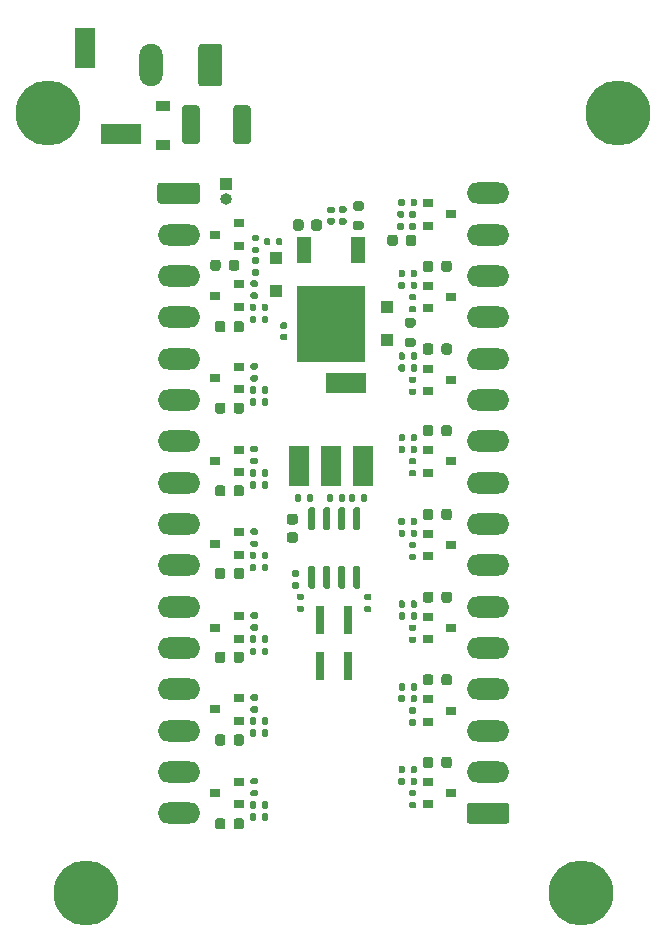
<source format=gts>
%TF.GenerationSoftware,KiCad,Pcbnew,5.1.10*%
%TF.CreationDate,2021-06-14T02:10:03+02:00*%
%TF.ProjectId,output-cape-v1,6f757470-7574-42d6-9361-70652d76312e,1*%
%TF.SameCoordinates,Original*%
%TF.FileFunction,Soldermask,Top*%
%TF.FilePolarity,Negative*%
%FSLAX46Y46*%
G04 Gerber Fmt 4.6, Leading zero omitted, Abs format (unit mm)*
G04 Created by KiCad (PCBNEW 5.1.10) date 2021-06-14 02:10:03*
%MOMM*%
%LPD*%
G01*
G04 APERTURE LIST*
%ADD10R,1.800000X3.400000*%
%ADD11R,3.400000X1.800000*%
%ADD12R,0.740000X2.400000*%
%ADD13O,1.000000X1.000000*%
%ADD14R,1.000000X1.000000*%
%ADD15R,1.200000X0.900000*%
%ADD16R,5.800000X6.400000*%
%ADD17R,1.200000X2.200000*%
%ADD18R,1.100000X1.100000*%
%ADD19O,3.600000X1.800000*%
%ADD20R,0.900000X0.800000*%
%ADD21O,2.000000X3.600000*%
%ADD22C,5.500000*%
G04 APERTURE END LIST*
D10*
%TO.C,TP106*%
X85200000Y-68500000D03*
%TD*%
D11*
%TO.C,TP105*%
X88200000Y-75800000D03*
%TD*%
%TO.C,TP101*%
X107300000Y-96900000D03*
%TD*%
D12*
%TO.C,JP103*%
X107400000Y-116950000D03*
X107400000Y-120850000D03*
%TD*%
%TO.C,JP102*%
X105100000Y-116950000D03*
X105100000Y-120850000D03*
%TD*%
D13*
%TO.C,JP101*%
X97100000Y-81270000D03*
D14*
X97100000Y-80000000D03*
%TD*%
D10*
%TO.C,TP104*%
X108700000Y-103900000D03*
%TD*%
%TO.C,TP103*%
X106000000Y-103900000D03*
%TD*%
%TO.C,TP102*%
X103300000Y-103900000D03*
%TD*%
%TO.C,R1702*%
G36*
G01*
X113085000Y-82870000D02*
X112715000Y-82870000D01*
G75*
G02*
X112580000Y-82735000I0J135000D01*
G01*
X112580000Y-82465000D01*
G75*
G02*
X112715000Y-82330000I135000J0D01*
G01*
X113085000Y-82330000D01*
G75*
G02*
X113220000Y-82465000I0J-135000D01*
G01*
X113220000Y-82735000D01*
G75*
G02*
X113085000Y-82870000I-135000J0D01*
G01*
G37*
G36*
G01*
X113085000Y-83890000D02*
X112715000Y-83890000D01*
G75*
G02*
X112580000Y-83755000I0J135000D01*
G01*
X112580000Y-83485000D01*
G75*
G02*
X112715000Y-83350000I135000J0D01*
G01*
X113085000Y-83350000D01*
G75*
G02*
X113220000Y-83485000I0J-135000D01*
G01*
X113220000Y-83755000D01*
G75*
G02*
X113085000Y-83890000I-135000J0D01*
G01*
G37*
%TD*%
%TO.C,F101*%
G36*
G01*
X94875000Y-73600000D02*
X94875000Y-76400000D01*
G75*
G02*
X94625000Y-76650000I-250000J0D01*
G01*
X93650000Y-76650000D01*
G75*
G02*
X93400000Y-76400000I0J250000D01*
G01*
X93400000Y-73600000D01*
G75*
G02*
X93650000Y-73350000I250000J0D01*
G01*
X94625000Y-73350000D01*
G75*
G02*
X94875000Y-73600000I0J-250000D01*
G01*
G37*
G36*
G01*
X99200000Y-73600000D02*
X99200000Y-76400000D01*
G75*
G02*
X98950000Y-76650000I-250000J0D01*
G01*
X97975000Y-76650000D01*
G75*
G02*
X97725000Y-76400000I0J250000D01*
G01*
X97725000Y-73600000D01*
G75*
G02*
X97975000Y-73350000I250000J0D01*
G01*
X98950000Y-73350000D01*
G75*
G02*
X99200000Y-73600000I0J-250000D01*
G01*
G37*
%TD*%
D15*
%TO.C,D103*%
X91800000Y-73450000D03*
X91800000Y-76750000D03*
%TD*%
D16*
%TO.C,U101*%
X106000000Y-91900000D03*
D17*
X103720000Y-85600000D03*
X108280000Y-85600000D03*
%TD*%
%TO.C,R103*%
G36*
G01*
X108575000Y-82275000D02*
X108025000Y-82275000D01*
G75*
G02*
X107825000Y-82075000I0J200000D01*
G01*
X107825000Y-81675000D01*
G75*
G02*
X108025000Y-81475000I200000J0D01*
G01*
X108575000Y-81475000D01*
G75*
G02*
X108775000Y-81675000I0J-200000D01*
G01*
X108775000Y-82075000D01*
G75*
G02*
X108575000Y-82275000I-200000J0D01*
G01*
G37*
G36*
G01*
X108575000Y-83925000D02*
X108025000Y-83925000D01*
G75*
G02*
X107825000Y-83725000I0J200000D01*
G01*
X107825000Y-83325000D01*
G75*
G02*
X108025000Y-83125000I200000J0D01*
G01*
X108575000Y-83125000D01*
G75*
G02*
X108775000Y-83325000I0J-200000D01*
G01*
X108775000Y-83725000D01*
G75*
G02*
X108575000Y-83925000I-200000J0D01*
G01*
G37*
%TD*%
%TO.C,R102*%
G36*
G01*
X107185000Y-82450000D02*
X106815000Y-82450000D01*
G75*
G02*
X106680000Y-82315000I0J135000D01*
G01*
X106680000Y-82045000D01*
G75*
G02*
X106815000Y-81910000I135000J0D01*
G01*
X107185000Y-81910000D01*
G75*
G02*
X107320000Y-82045000I0J-135000D01*
G01*
X107320000Y-82315000D01*
G75*
G02*
X107185000Y-82450000I-135000J0D01*
G01*
G37*
G36*
G01*
X107185000Y-83470000D02*
X106815000Y-83470000D01*
G75*
G02*
X106680000Y-83335000I0J135000D01*
G01*
X106680000Y-83065000D01*
G75*
G02*
X106815000Y-82930000I135000J0D01*
G01*
X107185000Y-82930000D01*
G75*
G02*
X107320000Y-83065000I0J-135000D01*
G01*
X107320000Y-83335000D01*
G75*
G02*
X107185000Y-83470000I-135000J0D01*
G01*
G37*
%TD*%
%TO.C,R101*%
G36*
G01*
X112975000Y-92175000D02*
X112425000Y-92175000D01*
G75*
G02*
X112225000Y-91975000I0J200000D01*
G01*
X112225000Y-91575000D01*
G75*
G02*
X112425000Y-91375000I200000J0D01*
G01*
X112975000Y-91375000D01*
G75*
G02*
X113175000Y-91575000I0J-200000D01*
G01*
X113175000Y-91975000D01*
G75*
G02*
X112975000Y-92175000I-200000J0D01*
G01*
G37*
G36*
G01*
X112975000Y-93825000D02*
X112425000Y-93825000D01*
G75*
G02*
X112225000Y-93625000I0J200000D01*
G01*
X112225000Y-93225000D01*
G75*
G02*
X112425000Y-93025000I200000J0D01*
G01*
X112975000Y-93025000D01*
G75*
G02*
X113175000Y-93225000I0J-200000D01*
G01*
X113175000Y-93625000D01*
G75*
G02*
X112975000Y-93825000I-200000J0D01*
G01*
G37*
%TD*%
D18*
%TO.C,D102*%
X110700000Y-90400000D03*
X110700000Y-93200000D03*
%TD*%
%TO.C,D101*%
X101300000Y-89100000D03*
X101300000Y-86300000D03*
%TD*%
%TO.C,C103*%
G36*
G01*
X106170000Y-82500000D02*
X105830000Y-82500000D01*
G75*
G02*
X105690000Y-82360000I0J140000D01*
G01*
X105690000Y-82080000D01*
G75*
G02*
X105830000Y-81940000I140000J0D01*
G01*
X106170000Y-81940000D01*
G75*
G02*
X106310000Y-82080000I0J-140000D01*
G01*
X106310000Y-82360000D01*
G75*
G02*
X106170000Y-82500000I-140000J0D01*
G01*
G37*
G36*
G01*
X106170000Y-83460000D02*
X105830000Y-83460000D01*
G75*
G02*
X105690000Y-83320000I0J140000D01*
G01*
X105690000Y-83040000D01*
G75*
G02*
X105830000Y-82900000I140000J0D01*
G01*
X106170000Y-82900000D01*
G75*
G02*
X106310000Y-83040000I0J-140000D01*
G01*
X106310000Y-83320000D01*
G75*
G02*
X106170000Y-83460000I-140000J0D01*
G01*
G37*
%TD*%
%TO.C,C102*%
G36*
G01*
X102170000Y-92300000D02*
X101830000Y-92300000D01*
G75*
G02*
X101690000Y-92160000I0J140000D01*
G01*
X101690000Y-91880000D01*
G75*
G02*
X101830000Y-91740000I140000J0D01*
G01*
X102170000Y-91740000D01*
G75*
G02*
X102310000Y-91880000I0J-140000D01*
G01*
X102310000Y-92160000D01*
G75*
G02*
X102170000Y-92300000I-140000J0D01*
G01*
G37*
G36*
G01*
X102170000Y-93260000D02*
X101830000Y-93260000D01*
G75*
G02*
X101690000Y-93120000I0J140000D01*
G01*
X101690000Y-92840000D01*
G75*
G02*
X101830000Y-92700000I140000J0D01*
G01*
X102170000Y-92700000D01*
G75*
G02*
X102310000Y-92840000I0J-140000D01*
G01*
X102310000Y-93120000D01*
G75*
G02*
X102170000Y-93260000I-140000J0D01*
G01*
G37*
%TD*%
%TO.C,C101*%
G36*
G01*
X104325000Y-83750000D02*
X104325000Y-83250000D01*
G75*
G02*
X104550000Y-83025000I225000J0D01*
G01*
X105000000Y-83025000D01*
G75*
G02*
X105225000Y-83250000I0J-225000D01*
G01*
X105225000Y-83750000D01*
G75*
G02*
X105000000Y-83975000I-225000J0D01*
G01*
X104550000Y-83975000D01*
G75*
G02*
X104325000Y-83750000I0J225000D01*
G01*
G37*
G36*
G01*
X102775000Y-83750000D02*
X102775000Y-83250000D01*
G75*
G02*
X103000000Y-83025000I225000J0D01*
G01*
X103450000Y-83025000D01*
G75*
G02*
X103675000Y-83250000I0J-225000D01*
G01*
X103675000Y-83750000D01*
G75*
G02*
X103450000Y-83975000I-225000J0D01*
G01*
X103000000Y-83975000D01*
G75*
G02*
X102775000Y-83750000I0J225000D01*
G01*
G37*
%TD*%
%TO.C,R1703*%
G36*
G01*
X111715000Y-83340000D02*
X112085000Y-83340000D01*
G75*
G02*
X112220000Y-83475000I0J-135000D01*
G01*
X112220000Y-83745000D01*
G75*
G02*
X112085000Y-83880000I-135000J0D01*
G01*
X111715000Y-83880000D01*
G75*
G02*
X111580000Y-83745000I0J135000D01*
G01*
X111580000Y-83475000D01*
G75*
G02*
X111715000Y-83340000I135000J0D01*
G01*
G37*
G36*
G01*
X111715000Y-82320000D02*
X112085000Y-82320000D01*
G75*
G02*
X112220000Y-82455000I0J-135000D01*
G01*
X112220000Y-82725000D01*
G75*
G02*
X112085000Y-82860000I-135000J0D01*
G01*
X111715000Y-82860000D01*
G75*
G02*
X111580000Y-82725000I0J135000D01*
G01*
X111580000Y-82455000D01*
G75*
G02*
X111715000Y-82320000I135000J0D01*
G01*
G37*
%TD*%
%TO.C,R1603*%
G36*
G01*
X112740000Y-87785000D02*
X112740000Y-87415000D01*
G75*
G02*
X112875000Y-87280000I135000J0D01*
G01*
X113145000Y-87280000D01*
G75*
G02*
X113280000Y-87415000I0J-135000D01*
G01*
X113280000Y-87785000D01*
G75*
G02*
X113145000Y-87920000I-135000J0D01*
G01*
X112875000Y-87920000D01*
G75*
G02*
X112740000Y-87785000I0J135000D01*
G01*
G37*
G36*
G01*
X111720000Y-87785000D02*
X111720000Y-87415000D01*
G75*
G02*
X111855000Y-87280000I135000J0D01*
G01*
X112125000Y-87280000D01*
G75*
G02*
X112260000Y-87415000I0J-135000D01*
G01*
X112260000Y-87785000D01*
G75*
G02*
X112125000Y-87920000I-135000J0D01*
G01*
X111855000Y-87920000D01*
G75*
G02*
X111720000Y-87785000I0J135000D01*
G01*
G37*
%TD*%
%TO.C,R1503*%
G36*
G01*
X112740000Y-94785000D02*
X112740000Y-94415000D01*
G75*
G02*
X112875000Y-94280000I135000J0D01*
G01*
X113145000Y-94280000D01*
G75*
G02*
X113280000Y-94415000I0J-135000D01*
G01*
X113280000Y-94785000D01*
G75*
G02*
X113145000Y-94920000I-135000J0D01*
G01*
X112875000Y-94920000D01*
G75*
G02*
X112740000Y-94785000I0J135000D01*
G01*
G37*
G36*
G01*
X111720000Y-94785000D02*
X111720000Y-94415000D01*
G75*
G02*
X111855000Y-94280000I135000J0D01*
G01*
X112125000Y-94280000D01*
G75*
G02*
X112260000Y-94415000I0J-135000D01*
G01*
X112260000Y-94785000D01*
G75*
G02*
X112125000Y-94920000I-135000J0D01*
G01*
X111855000Y-94920000D01*
G75*
G02*
X111720000Y-94785000I0J135000D01*
G01*
G37*
%TD*%
%TO.C,R1403*%
G36*
G01*
X112740000Y-101685000D02*
X112740000Y-101315000D01*
G75*
G02*
X112875000Y-101180000I135000J0D01*
G01*
X113145000Y-101180000D01*
G75*
G02*
X113280000Y-101315000I0J-135000D01*
G01*
X113280000Y-101685000D01*
G75*
G02*
X113145000Y-101820000I-135000J0D01*
G01*
X112875000Y-101820000D01*
G75*
G02*
X112740000Y-101685000I0J135000D01*
G01*
G37*
G36*
G01*
X111720000Y-101685000D02*
X111720000Y-101315000D01*
G75*
G02*
X111855000Y-101180000I135000J0D01*
G01*
X112125000Y-101180000D01*
G75*
G02*
X112260000Y-101315000I0J-135000D01*
G01*
X112260000Y-101685000D01*
G75*
G02*
X112125000Y-101820000I-135000J0D01*
G01*
X111855000Y-101820000D01*
G75*
G02*
X111720000Y-101685000I0J135000D01*
G01*
G37*
%TD*%
%TO.C,R1303*%
G36*
G01*
X112730000Y-108785000D02*
X112730000Y-108415000D01*
G75*
G02*
X112865000Y-108280000I135000J0D01*
G01*
X113135000Y-108280000D01*
G75*
G02*
X113270000Y-108415000I0J-135000D01*
G01*
X113270000Y-108785000D01*
G75*
G02*
X113135000Y-108920000I-135000J0D01*
G01*
X112865000Y-108920000D01*
G75*
G02*
X112730000Y-108785000I0J135000D01*
G01*
G37*
G36*
G01*
X111710000Y-108785000D02*
X111710000Y-108415000D01*
G75*
G02*
X111845000Y-108280000I135000J0D01*
G01*
X112115000Y-108280000D01*
G75*
G02*
X112250000Y-108415000I0J-135000D01*
G01*
X112250000Y-108785000D01*
G75*
G02*
X112115000Y-108920000I-135000J0D01*
G01*
X111845000Y-108920000D01*
G75*
G02*
X111710000Y-108785000I0J135000D01*
G01*
G37*
%TD*%
%TO.C,R1203*%
G36*
G01*
X112740000Y-115785000D02*
X112740000Y-115415000D01*
G75*
G02*
X112875000Y-115280000I135000J0D01*
G01*
X113145000Y-115280000D01*
G75*
G02*
X113280000Y-115415000I0J-135000D01*
G01*
X113280000Y-115785000D01*
G75*
G02*
X113145000Y-115920000I-135000J0D01*
G01*
X112875000Y-115920000D01*
G75*
G02*
X112740000Y-115785000I0J135000D01*
G01*
G37*
G36*
G01*
X111720000Y-115785000D02*
X111720000Y-115415000D01*
G75*
G02*
X111855000Y-115280000I135000J0D01*
G01*
X112125000Y-115280000D01*
G75*
G02*
X112260000Y-115415000I0J-135000D01*
G01*
X112260000Y-115785000D01*
G75*
G02*
X112125000Y-115920000I-135000J0D01*
G01*
X111855000Y-115920000D01*
G75*
G02*
X111720000Y-115785000I0J135000D01*
G01*
G37*
%TD*%
%TO.C,R1103*%
G36*
G01*
X112740000Y-122785000D02*
X112740000Y-122415000D01*
G75*
G02*
X112875000Y-122280000I135000J0D01*
G01*
X113145000Y-122280000D01*
G75*
G02*
X113280000Y-122415000I0J-135000D01*
G01*
X113280000Y-122785000D01*
G75*
G02*
X113145000Y-122920000I-135000J0D01*
G01*
X112875000Y-122920000D01*
G75*
G02*
X112740000Y-122785000I0J135000D01*
G01*
G37*
G36*
G01*
X111720000Y-122785000D02*
X111720000Y-122415000D01*
G75*
G02*
X111855000Y-122280000I135000J0D01*
G01*
X112125000Y-122280000D01*
G75*
G02*
X112260000Y-122415000I0J-135000D01*
G01*
X112260000Y-122785000D01*
G75*
G02*
X112125000Y-122920000I-135000J0D01*
G01*
X111855000Y-122920000D01*
G75*
G02*
X111720000Y-122785000I0J135000D01*
G01*
G37*
%TD*%
%TO.C,R1003*%
G36*
G01*
X112740000Y-129785000D02*
X112740000Y-129415000D01*
G75*
G02*
X112875000Y-129280000I135000J0D01*
G01*
X113145000Y-129280000D01*
G75*
G02*
X113280000Y-129415000I0J-135000D01*
G01*
X113280000Y-129785000D01*
G75*
G02*
X113145000Y-129920000I-135000J0D01*
G01*
X112875000Y-129920000D01*
G75*
G02*
X112740000Y-129785000I0J135000D01*
G01*
G37*
G36*
G01*
X111720000Y-129785000D02*
X111720000Y-129415000D01*
G75*
G02*
X111855000Y-129280000I135000J0D01*
G01*
X112125000Y-129280000D01*
G75*
G02*
X112260000Y-129415000I0J-135000D01*
G01*
X112260000Y-129785000D01*
G75*
G02*
X112125000Y-129920000I-135000J0D01*
G01*
X111855000Y-129920000D01*
G75*
G02*
X111720000Y-129785000I0J135000D01*
G01*
G37*
%TD*%
%TO.C,R903*%
G36*
G01*
X99660000Y-133415000D02*
X99660000Y-133785000D01*
G75*
G02*
X99525000Y-133920000I-135000J0D01*
G01*
X99255000Y-133920000D01*
G75*
G02*
X99120000Y-133785000I0J135000D01*
G01*
X99120000Y-133415000D01*
G75*
G02*
X99255000Y-133280000I135000J0D01*
G01*
X99525000Y-133280000D01*
G75*
G02*
X99660000Y-133415000I0J-135000D01*
G01*
G37*
G36*
G01*
X100680000Y-133415000D02*
X100680000Y-133785000D01*
G75*
G02*
X100545000Y-133920000I-135000J0D01*
G01*
X100275000Y-133920000D01*
G75*
G02*
X100140000Y-133785000I0J135000D01*
G01*
X100140000Y-133415000D01*
G75*
G02*
X100275000Y-133280000I135000J0D01*
G01*
X100545000Y-133280000D01*
G75*
G02*
X100680000Y-133415000I0J-135000D01*
G01*
G37*
%TD*%
%TO.C,R803*%
G36*
G01*
X99660000Y-126315000D02*
X99660000Y-126685000D01*
G75*
G02*
X99525000Y-126820000I-135000J0D01*
G01*
X99255000Y-126820000D01*
G75*
G02*
X99120000Y-126685000I0J135000D01*
G01*
X99120000Y-126315000D01*
G75*
G02*
X99255000Y-126180000I135000J0D01*
G01*
X99525000Y-126180000D01*
G75*
G02*
X99660000Y-126315000I0J-135000D01*
G01*
G37*
G36*
G01*
X100680000Y-126315000D02*
X100680000Y-126685000D01*
G75*
G02*
X100545000Y-126820000I-135000J0D01*
G01*
X100275000Y-126820000D01*
G75*
G02*
X100140000Y-126685000I0J135000D01*
G01*
X100140000Y-126315000D01*
G75*
G02*
X100275000Y-126180000I135000J0D01*
G01*
X100545000Y-126180000D01*
G75*
G02*
X100680000Y-126315000I0J-135000D01*
G01*
G37*
%TD*%
%TO.C,R703*%
G36*
G01*
X99660000Y-119415000D02*
X99660000Y-119785000D01*
G75*
G02*
X99525000Y-119920000I-135000J0D01*
G01*
X99255000Y-119920000D01*
G75*
G02*
X99120000Y-119785000I0J135000D01*
G01*
X99120000Y-119415000D01*
G75*
G02*
X99255000Y-119280000I135000J0D01*
G01*
X99525000Y-119280000D01*
G75*
G02*
X99660000Y-119415000I0J-135000D01*
G01*
G37*
G36*
G01*
X100680000Y-119415000D02*
X100680000Y-119785000D01*
G75*
G02*
X100545000Y-119920000I-135000J0D01*
G01*
X100275000Y-119920000D01*
G75*
G02*
X100140000Y-119785000I0J135000D01*
G01*
X100140000Y-119415000D01*
G75*
G02*
X100275000Y-119280000I135000J0D01*
G01*
X100545000Y-119280000D01*
G75*
G02*
X100680000Y-119415000I0J-135000D01*
G01*
G37*
%TD*%
%TO.C,R603*%
G36*
G01*
X99660000Y-112315000D02*
X99660000Y-112685000D01*
G75*
G02*
X99525000Y-112820000I-135000J0D01*
G01*
X99255000Y-112820000D01*
G75*
G02*
X99120000Y-112685000I0J135000D01*
G01*
X99120000Y-112315000D01*
G75*
G02*
X99255000Y-112180000I135000J0D01*
G01*
X99525000Y-112180000D01*
G75*
G02*
X99660000Y-112315000I0J-135000D01*
G01*
G37*
G36*
G01*
X100680000Y-112315000D02*
X100680000Y-112685000D01*
G75*
G02*
X100545000Y-112820000I-135000J0D01*
G01*
X100275000Y-112820000D01*
G75*
G02*
X100140000Y-112685000I0J135000D01*
G01*
X100140000Y-112315000D01*
G75*
G02*
X100275000Y-112180000I135000J0D01*
G01*
X100545000Y-112180000D01*
G75*
G02*
X100680000Y-112315000I0J-135000D01*
G01*
G37*
%TD*%
%TO.C,R503*%
G36*
G01*
X99660000Y-105315000D02*
X99660000Y-105685000D01*
G75*
G02*
X99525000Y-105820000I-135000J0D01*
G01*
X99255000Y-105820000D01*
G75*
G02*
X99120000Y-105685000I0J135000D01*
G01*
X99120000Y-105315000D01*
G75*
G02*
X99255000Y-105180000I135000J0D01*
G01*
X99525000Y-105180000D01*
G75*
G02*
X99660000Y-105315000I0J-135000D01*
G01*
G37*
G36*
G01*
X100680000Y-105315000D02*
X100680000Y-105685000D01*
G75*
G02*
X100545000Y-105820000I-135000J0D01*
G01*
X100275000Y-105820000D01*
G75*
G02*
X100140000Y-105685000I0J135000D01*
G01*
X100140000Y-105315000D01*
G75*
G02*
X100275000Y-105180000I135000J0D01*
G01*
X100545000Y-105180000D01*
G75*
G02*
X100680000Y-105315000I0J-135000D01*
G01*
G37*
%TD*%
%TO.C,R403*%
G36*
G01*
X99660000Y-98315000D02*
X99660000Y-98685000D01*
G75*
G02*
X99525000Y-98820000I-135000J0D01*
G01*
X99255000Y-98820000D01*
G75*
G02*
X99120000Y-98685000I0J135000D01*
G01*
X99120000Y-98315000D01*
G75*
G02*
X99255000Y-98180000I135000J0D01*
G01*
X99525000Y-98180000D01*
G75*
G02*
X99660000Y-98315000I0J-135000D01*
G01*
G37*
G36*
G01*
X100680000Y-98315000D02*
X100680000Y-98685000D01*
G75*
G02*
X100545000Y-98820000I-135000J0D01*
G01*
X100275000Y-98820000D01*
G75*
G02*
X100140000Y-98685000I0J135000D01*
G01*
X100140000Y-98315000D01*
G75*
G02*
X100275000Y-98180000I135000J0D01*
G01*
X100545000Y-98180000D01*
G75*
G02*
X100680000Y-98315000I0J-135000D01*
G01*
G37*
%TD*%
%TO.C,R303*%
G36*
G01*
X99660000Y-91315000D02*
X99660000Y-91685000D01*
G75*
G02*
X99525000Y-91820000I-135000J0D01*
G01*
X99255000Y-91820000D01*
G75*
G02*
X99120000Y-91685000I0J135000D01*
G01*
X99120000Y-91315000D01*
G75*
G02*
X99255000Y-91180000I135000J0D01*
G01*
X99525000Y-91180000D01*
G75*
G02*
X99660000Y-91315000I0J-135000D01*
G01*
G37*
G36*
G01*
X100680000Y-91315000D02*
X100680000Y-91685000D01*
G75*
G02*
X100545000Y-91820000I-135000J0D01*
G01*
X100275000Y-91820000D01*
G75*
G02*
X100140000Y-91685000I0J135000D01*
G01*
X100140000Y-91315000D01*
G75*
G02*
X100275000Y-91180000I135000J0D01*
G01*
X100545000Y-91180000D01*
G75*
G02*
X100680000Y-91315000I0J-135000D01*
G01*
G37*
%TD*%
%TO.C,R203*%
G36*
G01*
X99415000Y-87240000D02*
X99785000Y-87240000D01*
G75*
G02*
X99920000Y-87375000I0J-135000D01*
G01*
X99920000Y-87645000D01*
G75*
G02*
X99785000Y-87780000I-135000J0D01*
G01*
X99415000Y-87780000D01*
G75*
G02*
X99280000Y-87645000I0J135000D01*
G01*
X99280000Y-87375000D01*
G75*
G02*
X99415000Y-87240000I135000J0D01*
G01*
G37*
G36*
G01*
X99415000Y-86220000D02*
X99785000Y-86220000D01*
G75*
G02*
X99920000Y-86355000I0J-135000D01*
G01*
X99920000Y-86625000D01*
G75*
G02*
X99785000Y-86760000I-135000J0D01*
G01*
X99415000Y-86760000D01*
G75*
G02*
X99280000Y-86625000I0J135000D01*
G01*
X99280000Y-86355000D01*
G75*
G02*
X99415000Y-86220000I135000J0D01*
G01*
G37*
%TD*%
%TO.C,D1701*%
G36*
G01*
X111650000Y-84543750D02*
X111650000Y-85056250D01*
G75*
G02*
X111431250Y-85275000I-218750J0D01*
G01*
X110993750Y-85275000D01*
G75*
G02*
X110775000Y-85056250I0J218750D01*
G01*
X110775000Y-84543750D01*
G75*
G02*
X110993750Y-84325000I218750J0D01*
G01*
X111431250Y-84325000D01*
G75*
G02*
X111650000Y-84543750I0J-218750D01*
G01*
G37*
G36*
G01*
X113225000Y-84543750D02*
X113225000Y-85056250D01*
G75*
G02*
X113006250Y-85275000I-218750J0D01*
G01*
X112568750Y-85275000D01*
G75*
G02*
X112350000Y-85056250I0J218750D01*
G01*
X112350000Y-84543750D01*
G75*
G02*
X112568750Y-84325000I218750J0D01*
G01*
X113006250Y-84325000D01*
G75*
G02*
X113225000Y-84543750I0J-218750D01*
G01*
G37*
%TD*%
%TO.C,D1601*%
G36*
G01*
X114650000Y-86743750D02*
X114650000Y-87256250D01*
G75*
G02*
X114431250Y-87475000I-218750J0D01*
G01*
X113993750Y-87475000D01*
G75*
G02*
X113775000Y-87256250I0J218750D01*
G01*
X113775000Y-86743750D01*
G75*
G02*
X113993750Y-86525000I218750J0D01*
G01*
X114431250Y-86525000D01*
G75*
G02*
X114650000Y-86743750I0J-218750D01*
G01*
G37*
G36*
G01*
X116225000Y-86743750D02*
X116225000Y-87256250D01*
G75*
G02*
X116006250Y-87475000I-218750J0D01*
G01*
X115568750Y-87475000D01*
G75*
G02*
X115350000Y-87256250I0J218750D01*
G01*
X115350000Y-86743750D01*
G75*
G02*
X115568750Y-86525000I218750J0D01*
G01*
X116006250Y-86525000D01*
G75*
G02*
X116225000Y-86743750I0J-218750D01*
G01*
G37*
%TD*%
%TO.C,D1501*%
G36*
G01*
X114650000Y-93743750D02*
X114650000Y-94256250D01*
G75*
G02*
X114431250Y-94475000I-218750J0D01*
G01*
X113993750Y-94475000D01*
G75*
G02*
X113775000Y-94256250I0J218750D01*
G01*
X113775000Y-93743750D01*
G75*
G02*
X113993750Y-93525000I218750J0D01*
G01*
X114431250Y-93525000D01*
G75*
G02*
X114650000Y-93743750I0J-218750D01*
G01*
G37*
G36*
G01*
X116225000Y-93743750D02*
X116225000Y-94256250D01*
G75*
G02*
X116006250Y-94475000I-218750J0D01*
G01*
X115568750Y-94475000D01*
G75*
G02*
X115350000Y-94256250I0J218750D01*
G01*
X115350000Y-93743750D01*
G75*
G02*
X115568750Y-93525000I218750J0D01*
G01*
X116006250Y-93525000D01*
G75*
G02*
X116225000Y-93743750I0J-218750D01*
G01*
G37*
%TD*%
%TO.C,D1401*%
G36*
G01*
X114650000Y-100643750D02*
X114650000Y-101156250D01*
G75*
G02*
X114431250Y-101375000I-218750J0D01*
G01*
X113993750Y-101375000D01*
G75*
G02*
X113775000Y-101156250I0J218750D01*
G01*
X113775000Y-100643750D01*
G75*
G02*
X113993750Y-100425000I218750J0D01*
G01*
X114431250Y-100425000D01*
G75*
G02*
X114650000Y-100643750I0J-218750D01*
G01*
G37*
G36*
G01*
X116225000Y-100643750D02*
X116225000Y-101156250D01*
G75*
G02*
X116006250Y-101375000I-218750J0D01*
G01*
X115568750Y-101375000D01*
G75*
G02*
X115350000Y-101156250I0J218750D01*
G01*
X115350000Y-100643750D01*
G75*
G02*
X115568750Y-100425000I218750J0D01*
G01*
X116006250Y-100425000D01*
G75*
G02*
X116225000Y-100643750I0J-218750D01*
G01*
G37*
%TD*%
%TO.C,D1301*%
G36*
G01*
X114650000Y-107743750D02*
X114650000Y-108256250D01*
G75*
G02*
X114431250Y-108475000I-218750J0D01*
G01*
X113993750Y-108475000D01*
G75*
G02*
X113775000Y-108256250I0J218750D01*
G01*
X113775000Y-107743750D01*
G75*
G02*
X113993750Y-107525000I218750J0D01*
G01*
X114431250Y-107525000D01*
G75*
G02*
X114650000Y-107743750I0J-218750D01*
G01*
G37*
G36*
G01*
X116225000Y-107743750D02*
X116225000Y-108256250D01*
G75*
G02*
X116006250Y-108475000I-218750J0D01*
G01*
X115568750Y-108475000D01*
G75*
G02*
X115350000Y-108256250I0J218750D01*
G01*
X115350000Y-107743750D01*
G75*
G02*
X115568750Y-107525000I218750J0D01*
G01*
X116006250Y-107525000D01*
G75*
G02*
X116225000Y-107743750I0J-218750D01*
G01*
G37*
%TD*%
%TO.C,D1201*%
G36*
G01*
X114650000Y-114743750D02*
X114650000Y-115256250D01*
G75*
G02*
X114431250Y-115475000I-218750J0D01*
G01*
X113993750Y-115475000D01*
G75*
G02*
X113775000Y-115256250I0J218750D01*
G01*
X113775000Y-114743750D01*
G75*
G02*
X113993750Y-114525000I218750J0D01*
G01*
X114431250Y-114525000D01*
G75*
G02*
X114650000Y-114743750I0J-218750D01*
G01*
G37*
G36*
G01*
X116225000Y-114743750D02*
X116225000Y-115256250D01*
G75*
G02*
X116006250Y-115475000I-218750J0D01*
G01*
X115568750Y-115475000D01*
G75*
G02*
X115350000Y-115256250I0J218750D01*
G01*
X115350000Y-114743750D01*
G75*
G02*
X115568750Y-114525000I218750J0D01*
G01*
X116006250Y-114525000D01*
G75*
G02*
X116225000Y-114743750I0J-218750D01*
G01*
G37*
%TD*%
%TO.C,D1101*%
G36*
G01*
X114650000Y-121743750D02*
X114650000Y-122256250D01*
G75*
G02*
X114431250Y-122475000I-218750J0D01*
G01*
X113993750Y-122475000D01*
G75*
G02*
X113775000Y-122256250I0J218750D01*
G01*
X113775000Y-121743750D01*
G75*
G02*
X113993750Y-121525000I218750J0D01*
G01*
X114431250Y-121525000D01*
G75*
G02*
X114650000Y-121743750I0J-218750D01*
G01*
G37*
G36*
G01*
X116225000Y-121743750D02*
X116225000Y-122256250D01*
G75*
G02*
X116006250Y-122475000I-218750J0D01*
G01*
X115568750Y-122475000D01*
G75*
G02*
X115350000Y-122256250I0J218750D01*
G01*
X115350000Y-121743750D01*
G75*
G02*
X115568750Y-121525000I218750J0D01*
G01*
X116006250Y-121525000D01*
G75*
G02*
X116225000Y-121743750I0J-218750D01*
G01*
G37*
%TD*%
%TO.C,D1001*%
G36*
G01*
X114650000Y-128743750D02*
X114650000Y-129256250D01*
G75*
G02*
X114431250Y-129475000I-218750J0D01*
G01*
X113993750Y-129475000D01*
G75*
G02*
X113775000Y-129256250I0J218750D01*
G01*
X113775000Y-128743750D01*
G75*
G02*
X113993750Y-128525000I218750J0D01*
G01*
X114431250Y-128525000D01*
G75*
G02*
X114650000Y-128743750I0J-218750D01*
G01*
G37*
G36*
G01*
X116225000Y-128743750D02*
X116225000Y-129256250D01*
G75*
G02*
X116006250Y-129475000I-218750J0D01*
G01*
X115568750Y-129475000D01*
G75*
G02*
X115350000Y-129256250I0J218750D01*
G01*
X115350000Y-128743750D01*
G75*
G02*
X115568750Y-128525000I218750J0D01*
G01*
X116006250Y-128525000D01*
G75*
G02*
X116225000Y-128743750I0J-218750D01*
G01*
G37*
%TD*%
%TO.C,D901*%
G36*
G01*
X97750000Y-134456250D02*
X97750000Y-133943750D01*
G75*
G02*
X97968750Y-133725000I218750J0D01*
G01*
X98406250Y-133725000D01*
G75*
G02*
X98625000Y-133943750I0J-218750D01*
G01*
X98625000Y-134456250D01*
G75*
G02*
X98406250Y-134675000I-218750J0D01*
G01*
X97968750Y-134675000D01*
G75*
G02*
X97750000Y-134456250I0J218750D01*
G01*
G37*
G36*
G01*
X96175000Y-134456250D02*
X96175000Y-133943750D01*
G75*
G02*
X96393750Y-133725000I218750J0D01*
G01*
X96831250Y-133725000D01*
G75*
G02*
X97050000Y-133943750I0J-218750D01*
G01*
X97050000Y-134456250D01*
G75*
G02*
X96831250Y-134675000I-218750J0D01*
G01*
X96393750Y-134675000D01*
G75*
G02*
X96175000Y-134456250I0J218750D01*
G01*
G37*
%TD*%
%TO.C,D801*%
G36*
G01*
X97750000Y-127356250D02*
X97750000Y-126843750D01*
G75*
G02*
X97968750Y-126625000I218750J0D01*
G01*
X98406250Y-126625000D01*
G75*
G02*
X98625000Y-126843750I0J-218750D01*
G01*
X98625000Y-127356250D01*
G75*
G02*
X98406250Y-127575000I-218750J0D01*
G01*
X97968750Y-127575000D01*
G75*
G02*
X97750000Y-127356250I0J218750D01*
G01*
G37*
G36*
G01*
X96175000Y-127356250D02*
X96175000Y-126843750D01*
G75*
G02*
X96393750Y-126625000I218750J0D01*
G01*
X96831250Y-126625000D01*
G75*
G02*
X97050000Y-126843750I0J-218750D01*
G01*
X97050000Y-127356250D01*
G75*
G02*
X96831250Y-127575000I-218750J0D01*
G01*
X96393750Y-127575000D01*
G75*
G02*
X96175000Y-127356250I0J218750D01*
G01*
G37*
%TD*%
%TO.C,D701*%
G36*
G01*
X97750000Y-120356250D02*
X97750000Y-119843750D01*
G75*
G02*
X97968750Y-119625000I218750J0D01*
G01*
X98406250Y-119625000D01*
G75*
G02*
X98625000Y-119843750I0J-218750D01*
G01*
X98625000Y-120356250D01*
G75*
G02*
X98406250Y-120575000I-218750J0D01*
G01*
X97968750Y-120575000D01*
G75*
G02*
X97750000Y-120356250I0J218750D01*
G01*
G37*
G36*
G01*
X96175000Y-120356250D02*
X96175000Y-119843750D01*
G75*
G02*
X96393750Y-119625000I218750J0D01*
G01*
X96831250Y-119625000D01*
G75*
G02*
X97050000Y-119843750I0J-218750D01*
G01*
X97050000Y-120356250D01*
G75*
G02*
X96831250Y-120575000I-218750J0D01*
G01*
X96393750Y-120575000D01*
G75*
G02*
X96175000Y-120356250I0J218750D01*
G01*
G37*
%TD*%
%TO.C,D601*%
G36*
G01*
X97750000Y-113256250D02*
X97750000Y-112743750D01*
G75*
G02*
X97968750Y-112525000I218750J0D01*
G01*
X98406250Y-112525000D01*
G75*
G02*
X98625000Y-112743750I0J-218750D01*
G01*
X98625000Y-113256250D01*
G75*
G02*
X98406250Y-113475000I-218750J0D01*
G01*
X97968750Y-113475000D01*
G75*
G02*
X97750000Y-113256250I0J218750D01*
G01*
G37*
G36*
G01*
X96175000Y-113256250D02*
X96175000Y-112743750D01*
G75*
G02*
X96393750Y-112525000I218750J0D01*
G01*
X96831250Y-112525000D01*
G75*
G02*
X97050000Y-112743750I0J-218750D01*
G01*
X97050000Y-113256250D01*
G75*
G02*
X96831250Y-113475000I-218750J0D01*
G01*
X96393750Y-113475000D01*
G75*
G02*
X96175000Y-113256250I0J218750D01*
G01*
G37*
%TD*%
%TO.C,D501*%
G36*
G01*
X97750000Y-106256250D02*
X97750000Y-105743750D01*
G75*
G02*
X97968750Y-105525000I218750J0D01*
G01*
X98406250Y-105525000D01*
G75*
G02*
X98625000Y-105743750I0J-218750D01*
G01*
X98625000Y-106256250D01*
G75*
G02*
X98406250Y-106475000I-218750J0D01*
G01*
X97968750Y-106475000D01*
G75*
G02*
X97750000Y-106256250I0J218750D01*
G01*
G37*
G36*
G01*
X96175000Y-106256250D02*
X96175000Y-105743750D01*
G75*
G02*
X96393750Y-105525000I218750J0D01*
G01*
X96831250Y-105525000D01*
G75*
G02*
X97050000Y-105743750I0J-218750D01*
G01*
X97050000Y-106256250D01*
G75*
G02*
X96831250Y-106475000I-218750J0D01*
G01*
X96393750Y-106475000D01*
G75*
G02*
X96175000Y-106256250I0J218750D01*
G01*
G37*
%TD*%
%TO.C,D401*%
G36*
G01*
X97750000Y-99256250D02*
X97750000Y-98743750D01*
G75*
G02*
X97968750Y-98525000I218750J0D01*
G01*
X98406250Y-98525000D01*
G75*
G02*
X98625000Y-98743750I0J-218750D01*
G01*
X98625000Y-99256250D01*
G75*
G02*
X98406250Y-99475000I-218750J0D01*
G01*
X97968750Y-99475000D01*
G75*
G02*
X97750000Y-99256250I0J218750D01*
G01*
G37*
G36*
G01*
X96175000Y-99256250D02*
X96175000Y-98743750D01*
G75*
G02*
X96393750Y-98525000I218750J0D01*
G01*
X96831250Y-98525000D01*
G75*
G02*
X97050000Y-98743750I0J-218750D01*
G01*
X97050000Y-99256250D01*
G75*
G02*
X96831250Y-99475000I-218750J0D01*
G01*
X96393750Y-99475000D01*
G75*
G02*
X96175000Y-99256250I0J218750D01*
G01*
G37*
%TD*%
%TO.C,D301*%
G36*
G01*
X97750000Y-92356250D02*
X97750000Y-91843750D01*
G75*
G02*
X97968750Y-91625000I218750J0D01*
G01*
X98406250Y-91625000D01*
G75*
G02*
X98625000Y-91843750I0J-218750D01*
G01*
X98625000Y-92356250D01*
G75*
G02*
X98406250Y-92575000I-218750J0D01*
G01*
X97968750Y-92575000D01*
G75*
G02*
X97750000Y-92356250I0J218750D01*
G01*
G37*
G36*
G01*
X96175000Y-92356250D02*
X96175000Y-91843750D01*
G75*
G02*
X96393750Y-91625000I218750J0D01*
G01*
X96831250Y-91625000D01*
G75*
G02*
X97050000Y-91843750I0J-218750D01*
G01*
X97050000Y-92356250D01*
G75*
G02*
X96831250Y-92575000I-218750J0D01*
G01*
X96393750Y-92575000D01*
G75*
G02*
X96175000Y-92356250I0J218750D01*
G01*
G37*
%TD*%
%TO.C,D201*%
G36*
G01*
X97350000Y-87156250D02*
X97350000Y-86643750D01*
G75*
G02*
X97568750Y-86425000I218750J0D01*
G01*
X98006250Y-86425000D01*
G75*
G02*
X98225000Y-86643750I0J-218750D01*
G01*
X98225000Y-87156250D01*
G75*
G02*
X98006250Y-87375000I-218750J0D01*
G01*
X97568750Y-87375000D01*
G75*
G02*
X97350000Y-87156250I0J218750D01*
G01*
G37*
G36*
G01*
X95775000Y-87156250D02*
X95775000Y-86643750D01*
G75*
G02*
X95993750Y-86425000I218750J0D01*
G01*
X96431250Y-86425000D01*
G75*
G02*
X96650000Y-86643750I0J-218750D01*
G01*
X96650000Y-87156250D01*
G75*
G02*
X96431250Y-87375000I-218750J0D01*
G01*
X95993750Y-87375000D01*
G75*
G02*
X95775000Y-87156250I0J218750D01*
G01*
G37*
%TD*%
D19*
%TO.C,J102*%
X119300000Y-80800000D03*
X119300000Y-84300000D03*
X119300000Y-87800000D03*
X119300000Y-91300000D03*
X119300000Y-94800000D03*
X119300000Y-98300000D03*
X119300000Y-101800000D03*
X119300000Y-105300000D03*
X119300000Y-108800000D03*
X119300000Y-112300000D03*
X119300000Y-115800000D03*
X119300000Y-119300000D03*
X119300000Y-122800000D03*
X119300000Y-126300000D03*
X119300000Y-129800000D03*
G36*
G01*
X120850000Y-134200000D02*
X117750000Y-134200000D01*
G75*
G02*
X117500000Y-133950000I0J250000D01*
G01*
X117500000Y-132650000D01*
G75*
G02*
X117750000Y-132400000I250000J0D01*
G01*
X120850000Y-132400000D01*
G75*
G02*
X121100000Y-132650000I0J-250000D01*
G01*
X121100000Y-133950000D01*
G75*
G02*
X120850000Y-134200000I-250000J0D01*
G01*
G37*
%TD*%
%TO.C,J101*%
X93100000Y-133300000D03*
X93100000Y-129800000D03*
X93100000Y-126300000D03*
X93100000Y-122800000D03*
X93100000Y-119300000D03*
X93100000Y-115800000D03*
X93100000Y-112300000D03*
X93100000Y-108800000D03*
X93100000Y-105300000D03*
X93100000Y-101800000D03*
X93100000Y-98300000D03*
X93100000Y-94800000D03*
X93100000Y-91300000D03*
X93100000Y-87800000D03*
X93100000Y-84300000D03*
G36*
G01*
X91550000Y-79900000D02*
X94650000Y-79900000D01*
G75*
G02*
X94900000Y-80150000I0J-250000D01*
G01*
X94900000Y-81450000D01*
G75*
G02*
X94650000Y-81700000I-250000J0D01*
G01*
X91550000Y-81700000D01*
G75*
G02*
X91300000Y-81450000I0J250000D01*
G01*
X91300000Y-80150000D01*
G75*
G02*
X91550000Y-79900000I250000J0D01*
G01*
G37*
%TD*%
%TO.C,R1701*%
G36*
G01*
X112730000Y-81785000D02*
X112730000Y-81415000D01*
G75*
G02*
X112865000Y-81280000I135000J0D01*
G01*
X113135000Y-81280000D01*
G75*
G02*
X113270000Y-81415000I0J-135000D01*
G01*
X113270000Y-81785000D01*
G75*
G02*
X113135000Y-81920000I-135000J0D01*
G01*
X112865000Y-81920000D01*
G75*
G02*
X112730000Y-81785000I0J135000D01*
G01*
G37*
G36*
G01*
X111710000Y-81785000D02*
X111710000Y-81415000D01*
G75*
G02*
X111845000Y-81280000I135000J0D01*
G01*
X112115000Y-81280000D01*
G75*
G02*
X112250000Y-81415000I0J-135000D01*
G01*
X112250000Y-81785000D01*
G75*
G02*
X112115000Y-81920000I-135000J0D01*
G01*
X111845000Y-81920000D01*
G75*
G02*
X111710000Y-81785000I0J135000D01*
G01*
G37*
%TD*%
%TO.C,R1602*%
G36*
G01*
X113085000Y-89870000D02*
X112715000Y-89870000D01*
G75*
G02*
X112580000Y-89735000I0J135000D01*
G01*
X112580000Y-89465000D01*
G75*
G02*
X112715000Y-89330000I135000J0D01*
G01*
X113085000Y-89330000D01*
G75*
G02*
X113220000Y-89465000I0J-135000D01*
G01*
X113220000Y-89735000D01*
G75*
G02*
X113085000Y-89870000I-135000J0D01*
G01*
G37*
G36*
G01*
X113085000Y-90890000D02*
X112715000Y-90890000D01*
G75*
G02*
X112580000Y-90755000I0J135000D01*
G01*
X112580000Y-90485000D01*
G75*
G02*
X112715000Y-90350000I135000J0D01*
G01*
X113085000Y-90350000D01*
G75*
G02*
X113220000Y-90485000I0J-135000D01*
G01*
X113220000Y-90755000D01*
G75*
G02*
X113085000Y-90890000I-135000J0D01*
G01*
G37*
%TD*%
%TO.C,R1601*%
G36*
G01*
X112730000Y-88785000D02*
X112730000Y-88415000D01*
G75*
G02*
X112865000Y-88280000I135000J0D01*
G01*
X113135000Y-88280000D01*
G75*
G02*
X113270000Y-88415000I0J-135000D01*
G01*
X113270000Y-88785000D01*
G75*
G02*
X113135000Y-88920000I-135000J0D01*
G01*
X112865000Y-88920000D01*
G75*
G02*
X112730000Y-88785000I0J135000D01*
G01*
G37*
G36*
G01*
X111710000Y-88785000D02*
X111710000Y-88415000D01*
G75*
G02*
X111845000Y-88280000I135000J0D01*
G01*
X112115000Y-88280000D01*
G75*
G02*
X112250000Y-88415000I0J-135000D01*
G01*
X112250000Y-88785000D01*
G75*
G02*
X112115000Y-88920000I-135000J0D01*
G01*
X111845000Y-88920000D01*
G75*
G02*
X111710000Y-88785000I0J135000D01*
G01*
G37*
%TD*%
%TO.C,R1502*%
G36*
G01*
X113085000Y-96870000D02*
X112715000Y-96870000D01*
G75*
G02*
X112580000Y-96735000I0J135000D01*
G01*
X112580000Y-96465000D01*
G75*
G02*
X112715000Y-96330000I135000J0D01*
G01*
X113085000Y-96330000D01*
G75*
G02*
X113220000Y-96465000I0J-135000D01*
G01*
X113220000Y-96735000D01*
G75*
G02*
X113085000Y-96870000I-135000J0D01*
G01*
G37*
G36*
G01*
X113085000Y-97890000D02*
X112715000Y-97890000D01*
G75*
G02*
X112580000Y-97755000I0J135000D01*
G01*
X112580000Y-97485000D01*
G75*
G02*
X112715000Y-97350000I135000J0D01*
G01*
X113085000Y-97350000D01*
G75*
G02*
X113220000Y-97485000I0J-135000D01*
G01*
X113220000Y-97755000D01*
G75*
G02*
X113085000Y-97890000I-135000J0D01*
G01*
G37*
%TD*%
%TO.C,R1501*%
G36*
G01*
X112730000Y-95785000D02*
X112730000Y-95415000D01*
G75*
G02*
X112865000Y-95280000I135000J0D01*
G01*
X113135000Y-95280000D01*
G75*
G02*
X113270000Y-95415000I0J-135000D01*
G01*
X113270000Y-95785000D01*
G75*
G02*
X113135000Y-95920000I-135000J0D01*
G01*
X112865000Y-95920000D01*
G75*
G02*
X112730000Y-95785000I0J135000D01*
G01*
G37*
G36*
G01*
X111710000Y-95785000D02*
X111710000Y-95415000D01*
G75*
G02*
X111845000Y-95280000I135000J0D01*
G01*
X112115000Y-95280000D01*
G75*
G02*
X112250000Y-95415000I0J-135000D01*
G01*
X112250000Y-95785000D01*
G75*
G02*
X112115000Y-95920000I-135000J0D01*
G01*
X111845000Y-95920000D01*
G75*
G02*
X111710000Y-95785000I0J135000D01*
G01*
G37*
%TD*%
%TO.C,R1402*%
G36*
G01*
X113085000Y-103760000D02*
X112715000Y-103760000D01*
G75*
G02*
X112580000Y-103625000I0J135000D01*
G01*
X112580000Y-103355000D01*
G75*
G02*
X112715000Y-103220000I135000J0D01*
G01*
X113085000Y-103220000D01*
G75*
G02*
X113220000Y-103355000I0J-135000D01*
G01*
X113220000Y-103625000D01*
G75*
G02*
X113085000Y-103760000I-135000J0D01*
G01*
G37*
G36*
G01*
X113085000Y-104780000D02*
X112715000Y-104780000D01*
G75*
G02*
X112580000Y-104645000I0J135000D01*
G01*
X112580000Y-104375000D01*
G75*
G02*
X112715000Y-104240000I135000J0D01*
G01*
X113085000Y-104240000D01*
G75*
G02*
X113220000Y-104375000I0J-135000D01*
G01*
X113220000Y-104645000D01*
G75*
G02*
X113085000Y-104780000I-135000J0D01*
G01*
G37*
%TD*%
%TO.C,R1401*%
G36*
G01*
X112740000Y-102685000D02*
X112740000Y-102315000D01*
G75*
G02*
X112875000Y-102180000I135000J0D01*
G01*
X113145000Y-102180000D01*
G75*
G02*
X113280000Y-102315000I0J-135000D01*
G01*
X113280000Y-102685000D01*
G75*
G02*
X113145000Y-102820000I-135000J0D01*
G01*
X112875000Y-102820000D01*
G75*
G02*
X112740000Y-102685000I0J135000D01*
G01*
G37*
G36*
G01*
X111720000Y-102685000D02*
X111720000Y-102315000D01*
G75*
G02*
X111855000Y-102180000I135000J0D01*
G01*
X112125000Y-102180000D01*
G75*
G02*
X112260000Y-102315000I0J-135000D01*
G01*
X112260000Y-102685000D01*
G75*
G02*
X112125000Y-102820000I-135000J0D01*
G01*
X111855000Y-102820000D01*
G75*
G02*
X111720000Y-102685000I0J135000D01*
G01*
G37*
%TD*%
D20*
%TO.C,Q1701*%
X116200000Y-82600000D03*
X114200000Y-83550000D03*
X114200000Y-81650000D03*
%TD*%
%TO.C,Q1601*%
X116200000Y-89600000D03*
X114200000Y-90550000D03*
X114200000Y-88650000D03*
%TD*%
%TO.C,Q1501*%
X116200000Y-96600000D03*
X114200000Y-97550000D03*
X114200000Y-95650000D03*
%TD*%
%TO.C,Q1401*%
X116200000Y-103500000D03*
X114200000Y-104450000D03*
X114200000Y-102550000D03*
%TD*%
%TO.C,R1302*%
G36*
G01*
X113085000Y-110860000D02*
X112715000Y-110860000D01*
G75*
G02*
X112580000Y-110725000I0J135000D01*
G01*
X112580000Y-110455000D01*
G75*
G02*
X112715000Y-110320000I135000J0D01*
G01*
X113085000Y-110320000D01*
G75*
G02*
X113220000Y-110455000I0J-135000D01*
G01*
X113220000Y-110725000D01*
G75*
G02*
X113085000Y-110860000I-135000J0D01*
G01*
G37*
G36*
G01*
X113085000Y-111880000D02*
X112715000Y-111880000D01*
G75*
G02*
X112580000Y-111745000I0J135000D01*
G01*
X112580000Y-111475000D01*
G75*
G02*
X112715000Y-111340000I135000J0D01*
G01*
X113085000Y-111340000D01*
G75*
G02*
X113220000Y-111475000I0J-135000D01*
G01*
X113220000Y-111745000D01*
G75*
G02*
X113085000Y-111880000I-135000J0D01*
G01*
G37*
%TD*%
%TO.C,R1301*%
G36*
G01*
X112740000Y-109785000D02*
X112740000Y-109415000D01*
G75*
G02*
X112875000Y-109280000I135000J0D01*
G01*
X113145000Y-109280000D01*
G75*
G02*
X113280000Y-109415000I0J-135000D01*
G01*
X113280000Y-109785000D01*
G75*
G02*
X113145000Y-109920000I-135000J0D01*
G01*
X112875000Y-109920000D01*
G75*
G02*
X112740000Y-109785000I0J135000D01*
G01*
G37*
G36*
G01*
X111720000Y-109785000D02*
X111720000Y-109415000D01*
G75*
G02*
X111855000Y-109280000I135000J0D01*
G01*
X112125000Y-109280000D01*
G75*
G02*
X112260000Y-109415000I0J-135000D01*
G01*
X112260000Y-109785000D01*
G75*
G02*
X112125000Y-109920000I-135000J0D01*
G01*
X111855000Y-109920000D01*
G75*
G02*
X111720000Y-109785000I0J135000D01*
G01*
G37*
%TD*%
%TO.C,R1202*%
G36*
G01*
X113085000Y-117860000D02*
X112715000Y-117860000D01*
G75*
G02*
X112580000Y-117725000I0J135000D01*
G01*
X112580000Y-117455000D01*
G75*
G02*
X112715000Y-117320000I135000J0D01*
G01*
X113085000Y-117320000D01*
G75*
G02*
X113220000Y-117455000I0J-135000D01*
G01*
X113220000Y-117725000D01*
G75*
G02*
X113085000Y-117860000I-135000J0D01*
G01*
G37*
G36*
G01*
X113085000Y-118880000D02*
X112715000Y-118880000D01*
G75*
G02*
X112580000Y-118745000I0J135000D01*
G01*
X112580000Y-118475000D01*
G75*
G02*
X112715000Y-118340000I135000J0D01*
G01*
X113085000Y-118340000D01*
G75*
G02*
X113220000Y-118475000I0J-135000D01*
G01*
X113220000Y-118745000D01*
G75*
G02*
X113085000Y-118880000I-135000J0D01*
G01*
G37*
%TD*%
%TO.C,R1201*%
G36*
G01*
X112740000Y-116785000D02*
X112740000Y-116415000D01*
G75*
G02*
X112875000Y-116280000I135000J0D01*
G01*
X113145000Y-116280000D01*
G75*
G02*
X113280000Y-116415000I0J-135000D01*
G01*
X113280000Y-116785000D01*
G75*
G02*
X113145000Y-116920000I-135000J0D01*
G01*
X112875000Y-116920000D01*
G75*
G02*
X112740000Y-116785000I0J135000D01*
G01*
G37*
G36*
G01*
X111720000Y-116785000D02*
X111720000Y-116415000D01*
G75*
G02*
X111855000Y-116280000I135000J0D01*
G01*
X112125000Y-116280000D01*
G75*
G02*
X112260000Y-116415000I0J-135000D01*
G01*
X112260000Y-116785000D01*
G75*
G02*
X112125000Y-116920000I-135000J0D01*
G01*
X111855000Y-116920000D01*
G75*
G02*
X111720000Y-116785000I0J135000D01*
G01*
G37*
%TD*%
%TO.C,R1102*%
G36*
G01*
X113085000Y-124860000D02*
X112715000Y-124860000D01*
G75*
G02*
X112580000Y-124725000I0J135000D01*
G01*
X112580000Y-124455000D01*
G75*
G02*
X112715000Y-124320000I135000J0D01*
G01*
X113085000Y-124320000D01*
G75*
G02*
X113220000Y-124455000I0J-135000D01*
G01*
X113220000Y-124725000D01*
G75*
G02*
X113085000Y-124860000I-135000J0D01*
G01*
G37*
G36*
G01*
X113085000Y-125880000D02*
X112715000Y-125880000D01*
G75*
G02*
X112580000Y-125745000I0J135000D01*
G01*
X112580000Y-125475000D01*
G75*
G02*
X112715000Y-125340000I135000J0D01*
G01*
X113085000Y-125340000D01*
G75*
G02*
X113220000Y-125475000I0J-135000D01*
G01*
X113220000Y-125745000D01*
G75*
G02*
X113085000Y-125880000I-135000J0D01*
G01*
G37*
%TD*%
%TO.C,R1101*%
G36*
G01*
X112730000Y-123785000D02*
X112730000Y-123415000D01*
G75*
G02*
X112865000Y-123280000I135000J0D01*
G01*
X113135000Y-123280000D01*
G75*
G02*
X113270000Y-123415000I0J-135000D01*
G01*
X113270000Y-123785000D01*
G75*
G02*
X113135000Y-123920000I-135000J0D01*
G01*
X112865000Y-123920000D01*
G75*
G02*
X112730000Y-123785000I0J135000D01*
G01*
G37*
G36*
G01*
X111710000Y-123785000D02*
X111710000Y-123415000D01*
G75*
G02*
X111845000Y-123280000I135000J0D01*
G01*
X112115000Y-123280000D01*
G75*
G02*
X112250000Y-123415000I0J-135000D01*
G01*
X112250000Y-123785000D01*
G75*
G02*
X112115000Y-123920000I-135000J0D01*
G01*
X111845000Y-123920000D01*
G75*
G02*
X111710000Y-123785000I0J135000D01*
G01*
G37*
%TD*%
%TO.C,R1002*%
G36*
G01*
X113085000Y-131860000D02*
X112715000Y-131860000D01*
G75*
G02*
X112580000Y-131725000I0J135000D01*
G01*
X112580000Y-131455000D01*
G75*
G02*
X112715000Y-131320000I135000J0D01*
G01*
X113085000Y-131320000D01*
G75*
G02*
X113220000Y-131455000I0J-135000D01*
G01*
X113220000Y-131725000D01*
G75*
G02*
X113085000Y-131860000I-135000J0D01*
G01*
G37*
G36*
G01*
X113085000Y-132880000D02*
X112715000Y-132880000D01*
G75*
G02*
X112580000Y-132745000I0J135000D01*
G01*
X112580000Y-132475000D01*
G75*
G02*
X112715000Y-132340000I135000J0D01*
G01*
X113085000Y-132340000D01*
G75*
G02*
X113220000Y-132475000I0J-135000D01*
G01*
X113220000Y-132745000D01*
G75*
G02*
X113085000Y-132880000I-135000J0D01*
G01*
G37*
%TD*%
%TO.C,R1001*%
G36*
G01*
X112730000Y-130785000D02*
X112730000Y-130415000D01*
G75*
G02*
X112865000Y-130280000I135000J0D01*
G01*
X113135000Y-130280000D01*
G75*
G02*
X113270000Y-130415000I0J-135000D01*
G01*
X113270000Y-130785000D01*
G75*
G02*
X113135000Y-130920000I-135000J0D01*
G01*
X112865000Y-130920000D01*
G75*
G02*
X112730000Y-130785000I0J135000D01*
G01*
G37*
G36*
G01*
X111710000Y-130785000D02*
X111710000Y-130415000D01*
G75*
G02*
X111845000Y-130280000I135000J0D01*
G01*
X112115000Y-130280000D01*
G75*
G02*
X112250000Y-130415000I0J-135000D01*
G01*
X112250000Y-130785000D01*
G75*
G02*
X112115000Y-130920000I-135000J0D01*
G01*
X111845000Y-130920000D01*
G75*
G02*
X111710000Y-130785000I0J135000D01*
G01*
G37*
%TD*%
%TO.C,R902*%
G36*
G01*
X99315000Y-131340000D02*
X99685000Y-131340000D01*
G75*
G02*
X99820000Y-131475000I0J-135000D01*
G01*
X99820000Y-131745000D01*
G75*
G02*
X99685000Y-131880000I-135000J0D01*
G01*
X99315000Y-131880000D01*
G75*
G02*
X99180000Y-131745000I0J135000D01*
G01*
X99180000Y-131475000D01*
G75*
G02*
X99315000Y-131340000I135000J0D01*
G01*
G37*
G36*
G01*
X99315000Y-130320000D02*
X99685000Y-130320000D01*
G75*
G02*
X99820000Y-130455000I0J-135000D01*
G01*
X99820000Y-130725000D01*
G75*
G02*
X99685000Y-130860000I-135000J0D01*
G01*
X99315000Y-130860000D01*
G75*
G02*
X99180000Y-130725000I0J135000D01*
G01*
X99180000Y-130455000D01*
G75*
G02*
X99315000Y-130320000I135000J0D01*
G01*
G37*
%TD*%
%TO.C,R901*%
G36*
G01*
X99660000Y-132415000D02*
X99660000Y-132785000D01*
G75*
G02*
X99525000Y-132920000I-135000J0D01*
G01*
X99255000Y-132920000D01*
G75*
G02*
X99120000Y-132785000I0J135000D01*
G01*
X99120000Y-132415000D01*
G75*
G02*
X99255000Y-132280000I135000J0D01*
G01*
X99525000Y-132280000D01*
G75*
G02*
X99660000Y-132415000I0J-135000D01*
G01*
G37*
G36*
G01*
X100680000Y-132415000D02*
X100680000Y-132785000D01*
G75*
G02*
X100545000Y-132920000I-135000J0D01*
G01*
X100275000Y-132920000D01*
G75*
G02*
X100140000Y-132785000I0J135000D01*
G01*
X100140000Y-132415000D01*
G75*
G02*
X100275000Y-132280000I135000J0D01*
G01*
X100545000Y-132280000D01*
G75*
G02*
X100680000Y-132415000I0J-135000D01*
G01*
G37*
%TD*%
%TO.C,R802*%
G36*
G01*
X99315000Y-124240000D02*
X99685000Y-124240000D01*
G75*
G02*
X99820000Y-124375000I0J-135000D01*
G01*
X99820000Y-124645000D01*
G75*
G02*
X99685000Y-124780000I-135000J0D01*
G01*
X99315000Y-124780000D01*
G75*
G02*
X99180000Y-124645000I0J135000D01*
G01*
X99180000Y-124375000D01*
G75*
G02*
X99315000Y-124240000I135000J0D01*
G01*
G37*
G36*
G01*
X99315000Y-123220000D02*
X99685000Y-123220000D01*
G75*
G02*
X99820000Y-123355000I0J-135000D01*
G01*
X99820000Y-123625000D01*
G75*
G02*
X99685000Y-123760000I-135000J0D01*
G01*
X99315000Y-123760000D01*
G75*
G02*
X99180000Y-123625000I0J135000D01*
G01*
X99180000Y-123355000D01*
G75*
G02*
X99315000Y-123220000I135000J0D01*
G01*
G37*
%TD*%
%TO.C,R801*%
G36*
G01*
X99660000Y-125291600D02*
X99660000Y-125661600D01*
G75*
G02*
X99525000Y-125796600I-135000J0D01*
G01*
X99255000Y-125796600D01*
G75*
G02*
X99120000Y-125661600I0J135000D01*
G01*
X99120000Y-125291600D01*
G75*
G02*
X99255000Y-125156600I135000J0D01*
G01*
X99525000Y-125156600D01*
G75*
G02*
X99660000Y-125291600I0J-135000D01*
G01*
G37*
G36*
G01*
X100680000Y-125291600D02*
X100680000Y-125661600D01*
G75*
G02*
X100545000Y-125796600I-135000J0D01*
G01*
X100275000Y-125796600D01*
G75*
G02*
X100140000Y-125661600I0J135000D01*
G01*
X100140000Y-125291600D01*
G75*
G02*
X100275000Y-125156600I135000J0D01*
G01*
X100545000Y-125156600D01*
G75*
G02*
X100680000Y-125291600I0J-135000D01*
G01*
G37*
%TD*%
%TO.C,R702*%
G36*
G01*
X99314600Y-117308680D02*
X99684600Y-117308680D01*
G75*
G02*
X99819600Y-117443680I0J-135000D01*
G01*
X99819600Y-117713680D01*
G75*
G02*
X99684600Y-117848680I-135000J0D01*
G01*
X99314600Y-117848680D01*
G75*
G02*
X99179600Y-117713680I0J135000D01*
G01*
X99179600Y-117443680D01*
G75*
G02*
X99314600Y-117308680I135000J0D01*
G01*
G37*
G36*
G01*
X99314600Y-116288680D02*
X99684600Y-116288680D01*
G75*
G02*
X99819600Y-116423680I0J-135000D01*
G01*
X99819600Y-116693680D01*
G75*
G02*
X99684600Y-116828680I-135000J0D01*
G01*
X99314600Y-116828680D01*
G75*
G02*
X99179600Y-116693680I0J135000D01*
G01*
X99179600Y-116423680D01*
G75*
G02*
X99314600Y-116288680I135000J0D01*
G01*
G37*
%TD*%
%TO.C,R701*%
G36*
G01*
X99659600Y-118383680D02*
X99659600Y-118753680D01*
G75*
G02*
X99524600Y-118888680I-135000J0D01*
G01*
X99254600Y-118888680D01*
G75*
G02*
X99119600Y-118753680I0J135000D01*
G01*
X99119600Y-118383680D01*
G75*
G02*
X99254600Y-118248680I135000J0D01*
G01*
X99524600Y-118248680D01*
G75*
G02*
X99659600Y-118383680I0J-135000D01*
G01*
G37*
G36*
G01*
X100679600Y-118383680D02*
X100679600Y-118753680D01*
G75*
G02*
X100544600Y-118888680I-135000J0D01*
G01*
X100274600Y-118888680D01*
G75*
G02*
X100139600Y-118753680I0J135000D01*
G01*
X100139600Y-118383680D01*
G75*
G02*
X100274600Y-118248680I135000J0D01*
G01*
X100544600Y-118248680D01*
G75*
G02*
X100679600Y-118383680I0J-135000D01*
G01*
G37*
%TD*%
%TO.C,R602*%
G36*
G01*
X99314600Y-110208680D02*
X99684600Y-110208680D01*
G75*
G02*
X99819600Y-110343680I0J-135000D01*
G01*
X99819600Y-110613680D01*
G75*
G02*
X99684600Y-110748680I-135000J0D01*
G01*
X99314600Y-110748680D01*
G75*
G02*
X99179600Y-110613680I0J135000D01*
G01*
X99179600Y-110343680D01*
G75*
G02*
X99314600Y-110208680I135000J0D01*
G01*
G37*
G36*
G01*
X99314600Y-109188680D02*
X99684600Y-109188680D01*
G75*
G02*
X99819600Y-109323680I0J-135000D01*
G01*
X99819600Y-109593680D01*
G75*
G02*
X99684600Y-109728680I-135000J0D01*
G01*
X99314600Y-109728680D01*
G75*
G02*
X99179600Y-109593680I0J135000D01*
G01*
X99179600Y-109323680D01*
G75*
G02*
X99314600Y-109188680I135000J0D01*
G01*
G37*
%TD*%
%TO.C,R601*%
G36*
G01*
X99659600Y-111283680D02*
X99659600Y-111653680D01*
G75*
G02*
X99524600Y-111788680I-135000J0D01*
G01*
X99254600Y-111788680D01*
G75*
G02*
X99119600Y-111653680I0J135000D01*
G01*
X99119600Y-111283680D01*
G75*
G02*
X99254600Y-111148680I135000J0D01*
G01*
X99524600Y-111148680D01*
G75*
G02*
X99659600Y-111283680I0J-135000D01*
G01*
G37*
G36*
G01*
X100679600Y-111283680D02*
X100679600Y-111653680D01*
G75*
G02*
X100544600Y-111788680I-135000J0D01*
G01*
X100274600Y-111788680D01*
G75*
G02*
X100139600Y-111653680I0J135000D01*
G01*
X100139600Y-111283680D01*
G75*
G02*
X100274600Y-111148680I135000J0D01*
G01*
X100544600Y-111148680D01*
G75*
G02*
X100679600Y-111283680I0J-135000D01*
G01*
G37*
%TD*%
%TO.C,R502*%
G36*
G01*
X99314600Y-103208680D02*
X99684600Y-103208680D01*
G75*
G02*
X99819600Y-103343680I0J-135000D01*
G01*
X99819600Y-103613680D01*
G75*
G02*
X99684600Y-103748680I-135000J0D01*
G01*
X99314600Y-103748680D01*
G75*
G02*
X99179600Y-103613680I0J135000D01*
G01*
X99179600Y-103343680D01*
G75*
G02*
X99314600Y-103208680I135000J0D01*
G01*
G37*
G36*
G01*
X99314600Y-102188680D02*
X99684600Y-102188680D01*
G75*
G02*
X99819600Y-102323680I0J-135000D01*
G01*
X99819600Y-102593680D01*
G75*
G02*
X99684600Y-102728680I-135000J0D01*
G01*
X99314600Y-102728680D01*
G75*
G02*
X99179600Y-102593680I0J135000D01*
G01*
X99179600Y-102323680D01*
G75*
G02*
X99314600Y-102188680I135000J0D01*
G01*
G37*
%TD*%
%TO.C,R501*%
G36*
G01*
X99659600Y-104283680D02*
X99659600Y-104653680D01*
G75*
G02*
X99524600Y-104788680I-135000J0D01*
G01*
X99254600Y-104788680D01*
G75*
G02*
X99119600Y-104653680I0J135000D01*
G01*
X99119600Y-104283680D01*
G75*
G02*
X99254600Y-104148680I135000J0D01*
G01*
X99524600Y-104148680D01*
G75*
G02*
X99659600Y-104283680I0J-135000D01*
G01*
G37*
G36*
G01*
X100679600Y-104283680D02*
X100679600Y-104653680D01*
G75*
G02*
X100544600Y-104788680I-135000J0D01*
G01*
X100274600Y-104788680D01*
G75*
G02*
X100139600Y-104653680I0J135000D01*
G01*
X100139600Y-104283680D01*
G75*
G02*
X100274600Y-104148680I135000J0D01*
G01*
X100544600Y-104148680D01*
G75*
G02*
X100679600Y-104283680I0J-135000D01*
G01*
G37*
%TD*%
%TO.C,R402*%
G36*
G01*
X99314600Y-96208680D02*
X99684600Y-96208680D01*
G75*
G02*
X99819600Y-96343680I0J-135000D01*
G01*
X99819600Y-96613680D01*
G75*
G02*
X99684600Y-96748680I-135000J0D01*
G01*
X99314600Y-96748680D01*
G75*
G02*
X99179600Y-96613680I0J135000D01*
G01*
X99179600Y-96343680D01*
G75*
G02*
X99314600Y-96208680I135000J0D01*
G01*
G37*
G36*
G01*
X99314600Y-95188680D02*
X99684600Y-95188680D01*
G75*
G02*
X99819600Y-95323680I0J-135000D01*
G01*
X99819600Y-95593680D01*
G75*
G02*
X99684600Y-95728680I-135000J0D01*
G01*
X99314600Y-95728680D01*
G75*
G02*
X99179600Y-95593680I0J135000D01*
G01*
X99179600Y-95323680D01*
G75*
G02*
X99314600Y-95188680I135000J0D01*
G01*
G37*
%TD*%
%TO.C,R401*%
G36*
G01*
X99659600Y-97283680D02*
X99659600Y-97653680D01*
G75*
G02*
X99524600Y-97788680I-135000J0D01*
G01*
X99254600Y-97788680D01*
G75*
G02*
X99119600Y-97653680I0J135000D01*
G01*
X99119600Y-97283680D01*
G75*
G02*
X99254600Y-97148680I135000J0D01*
G01*
X99524600Y-97148680D01*
G75*
G02*
X99659600Y-97283680I0J-135000D01*
G01*
G37*
G36*
G01*
X100679600Y-97283680D02*
X100679600Y-97653680D01*
G75*
G02*
X100544600Y-97788680I-135000J0D01*
G01*
X100274600Y-97788680D01*
G75*
G02*
X100139600Y-97653680I0J135000D01*
G01*
X100139600Y-97283680D01*
G75*
G02*
X100274600Y-97148680I135000J0D01*
G01*
X100544600Y-97148680D01*
G75*
G02*
X100679600Y-97283680I0J-135000D01*
G01*
G37*
%TD*%
%TO.C,R302*%
G36*
G01*
X99314600Y-89208680D02*
X99684600Y-89208680D01*
G75*
G02*
X99819600Y-89343680I0J-135000D01*
G01*
X99819600Y-89613680D01*
G75*
G02*
X99684600Y-89748680I-135000J0D01*
G01*
X99314600Y-89748680D01*
G75*
G02*
X99179600Y-89613680I0J135000D01*
G01*
X99179600Y-89343680D01*
G75*
G02*
X99314600Y-89208680I135000J0D01*
G01*
G37*
G36*
G01*
X99314600Y-88188680D02*
X99684600Y-88188680D01*
G75*
G02*
X99819600Y-88323680I0J-135000D01*
G01*
X99819600Y-88593680D01*
G75*
G02*
X99684600Y-88728680I-135000J0D01*
G01*
X99314600Y-88728680D01*
G75*
G02*
X99179600Y-88593680I0J135000D01*
G01*
X99179600Y-88323680D01*
G75*
G02*
X99314600Y-88188680I135000J0D01*
G01*
G37*
%TD*%
%TO.C,R301*%
G36*
G01*
X99659600Y-90283680D02*
X99659600Y-90653680D01*
G75*
G02*
X99524600Y-90788680I-135000J0D01*
G01*
X99254600Y-90788680D01*
G75*
G02*
X99119600Y-90653680I0J135000D01*
G01*
X99119600Y-90283680D01*
G75*
G02*
X99254600Y-90148680I135000J0D01*
G01*
X99524600Y-90148680D01*
G75*
G02*
X99659600Y-90283680I0J-135000D01*
G01*
G37*
G36*
G01*
X100679600Y-90283680D02*
X100679600Y-90653680D01*
G75*
G02*
X100544600Y-90788680I-135000J0D01*
G01*
X100274600Y-90788680D01*
G75*
G02*
X100139600Y-90653680I0J135000D01*
G01*
X100139600Y-90283680D01*
G75*
G02*
X100274600Y-90148680I135000J0D01*
G01*
X100544600Y-90148680D01*
G75*
G02*
X100679600Y-90283680I0J-135000D01*
G01*
G37*
%TD*%
%TO.C,Q1301*%
X116200000Y-110600000D03*
X114200000Y-111550000D03*
X114200000Y-109650000D03*
%TD*%
%TO.C,Q1201*%
X116200000Y-117600000D03*
X114200000Y-118550000D03*
X114200000Y-116650000D03*
%TD*%
%TO.C,Q1101*%
X116200000Y-124600000D03*
X114200000Y-125550000D03*
X114200000Y-123650000D03*
%TD*%
%TO.C,Q1001*%
X116200000Y-131600000D03*
X114200000Y-132550000D03*
X114200000Y-130650000D03*
%TD*%
%TO.C,Q901*%
X96200000Y-131600000D03*
X98200000Y-130650000D03*
X98200000Y-132550000D03*
%TD*%
%TO.C,Q801*%
X96200000Y-124500000D03*
X98200000Y-123550000D03*
X98200000Y-125450000D03*
%TD*%
%TO.C,Q701*%
X96199600Y-117580680D03*
X98199600Y-116630680D03*
X98199600Y-118530680D03*
%TD*%
%TO.C,Q601*%
X96199600Y-110468680D03*
X98199600Y-109518680D03*
X98199600Y-111418680D03*
%TD*%
%TO.C,Q501*%
X96199600Y-103468680D03*
X98199600Y-102518680D03*
X98199600Y-104418680D03*
%TD*%
%TO.C,Q401*%
X96199600Y-96468680D03*
X98199600Y-95518680D03*
X98199600Y-97418680D03*
%TD*%
%TO.C,Q301*%
X96199600Y-89468680D03*
X98199600Y-88518680D03*
X98199600Y-90418680D03*
%TD*%
%TO.C,Q201*%
X96200000Y-84300000D03*
X98200000Y-83350000D03*
X98200000Y-85250000D03*
%TD*%
%TO.C,R202*%
G36*
G01*
X100860000Y-84715000D02*
X100860000Y-85085000D01*
G75*
G02*
X100725000Y-85220000I-135000J0D01*
G01*
X100455000Y-85220000D01*
G75*
G02*
X100320000Y-85085000I0J135000D01*
G01*
X100320000Y-84715000D01*
G75*
G02*
X100455000Y-84580000I135000J0D01*
G01*
X100725000Y-84580000D01*
G75*
G02*
X100860000Y-84715000I0J-135000D01*
G01*
G37*
G36*
G01*
X101880000Y-84715000D02*
X101880000Y-85085000D01*
G75*
G02*
X101745000Y-85220000I-135000J0D01*
G01*
X101475000Y-85220000D01*
G75*
G02*
X101340000Y-85085000I0J135000D01*
G01*
X101340000Y-84715000D01*
G75*
G02*
X101475000Y-84580000I135000J0D01*
G01*
X101745000Y-84580000D01*
G75*
G02*
X101880000Y-84715000I0J-135000D01*
G01*
G37*
%TD*%
%TO.C,R201*%
G36*
G01*
X99785000Y-84860000D02*
X99415000Y-84860000D01*
G75*
G02*
X99280000Y-84725000I0J135000D01*
G01*
X99280000Y-84455000D01*
G75*
G02*
X99415000Y-84320000I135000J0D01*
G01*
X99785000Y-84320000D01*
G75*
G02*
X99920000Y-84455000I0J-135000D01*
G01*
X99920000Y-84725000D01*
G75*
G02*
X99785000Y-84860000I-135000J0D01*
G01*
G37*
G36*
G01*
X99785000Y-85880000D02*
X99415000Y-85880000D01*
G75*
G02*
X99280000Y-85745000I0J135000D01*
G01*
X99280000Y-85475000D01*
G75*
G02*
X99415000Y-85340000I135000J0D01*
G01*
X99785000Y-85340000D01*
G75*
G02*
X99920000Y-85475000I0J-135000D01*
G01*
X99920000Y-85745000D01*
G75*
G02*
X99785000Y-85880000I-135000J0D01*
G01*
G37*
%TD*%
%TO.C,R109*%
G36*
G01*
X103940000Y-106785000D02*
X103940000Y-106415000D01*
G75*
G02*
X104075000Y-106280000I135000J0D01*
G01*
X104345000Y-106280000D01*
G75*
G02*
X104480000Y-106415000I0J-135000D01*
G01*
X104480000Y-106785000D01*
G75*
G02*
X104345000Y-106920000I-135000J0D01*
G01*
X104075000Y-106920000D01*
G75*
G02*
X103940000Y-106785000I0J135000D01*
G01*
G37*
G36*
G01*
X102920000Y-106785000D02*
X102920000Y-106415000D01*
G75*
G02*
X103055000Y-106280000I135000J0D01*
G01*
X103325000Y-106280000D01*
G75*
G02*
X103460000Y-106415000I0J-135000D01*
G01*
X103460000Y-106785000D01*
G75*
G02*
X103325000Y-106920000I-135000J0D01*
G01*
X103055000Y-106920000D01*
G75*
G02*
X102920000Y-106785000I0J135000D01*
G01*
G37*
%TD*%
%TO.C,R108*%
G36*
G01*
X109285000Y-115260000D02*
X108915000Y-115260000D01*
G75*
G02*
X108780000Y-115125000I0J135000D01*
G01*
X108780000Y-114855000D01*
G75*
G02*
X108915000Y-114720000I135000J0D01*
G01*
X109285000Y-114720000D01*
G75*
G02*
X109420000Y-114855000I0J-135000D01*
G01*
X109420000Y-115125000D01*
G75*
G02*
X109285000Y-115260000I-135000J0D01*
G01*
G37*
G36*
G01*
X109285000Y-116280000D02*
X108915000Y-116280000D01*
G75*
G02*
X108780000Y-116145000I0J135000D01*
G01*
X108780000Y-115875000D01*
G75*
G02*
X108915000Y-115740000I135000J0D01*
G01*
X109285000Y-115740000D01*
G75*
G02*
X109420000Y-115875000I0J-135000D01*
G01*
X109420000Y-116145000D01*
G75*
G02*
X109285000Y-116280000I-135000J0D01*
G01*
G37*
%TD*%
%TO.C,R107*%
G36*
G01*
X103585000Y-115250000D02*
X103215000Y-115250000D01*
G75*
G02*
X103080000Y-115115000I0J135000D01*
G01*
X103080000Y-114845000D01*
G75*
G02*
X103215000Y-114710000I135000J0D01*
G01*
X103585000Y-114710000D01*
G75*
G02*
X103720000Y-114845000I0J-135000D01*
G01*
X103720000Y-115115000D01*
G75*
G02*
X103585000Y-115250000I-135000J0D01*
G01*
G37*
G36*
G01*
X103585000Y-116270000D02*
X103215000Y-116270000D01*
G75*
G02*
X103080000Y-116135000I0J135000D01*
G01*
X103080000Y-115865000D01*
G75*
G02*
X103215000Y-115730000I135000J0D01*
G01*
X103585000Y-115730000D01*
G75*
G02*
X103720000Y-115865000I0J-135000D01*
G01*
X103720000Y-116135000D01*
G75*
G02*
X103585000Y-116270000I-135000J0D01*
G01*
G37*
%TD*%
%TO.C,R106*%
G36*
G01*
X106640000Y-106785000D02*
X106640000Y-106415000D01*
G75*
G02*
X106775000Y-106280000I135000J0D01*
G01*
X107045000Y-106280000D01*
G75*
G02*
X107180000Y-106415000I0J-135000D01*
G01*
X107180000Y-106785000D01*
G75*
G02*
X107045000Y-106920000I-135000J0D01*
G01*
X106775000Y-106920000D01*
G75*
G02*
X106640000Y-106785000I0J135000D01*
G01*
G37*
G36*
G01*
X105620000Y-106785000D02*
X105620000Y-106415000D01*
G75*
G02*
X105755000Y-106280000I135000J0D01*
G01*
X106025000Y-106280000D01*
G75*
G02*
X106160000Y-106415000I0J-135000D01*
G01*
X106160000Y-106785000D01*
G75*
G02*
X106025000Y-106920000I-135000J0D01*
G01*
X105755000Y-106920000D01*
G75*
G02*
X105620000Y-106785000I0J135000D01*
G01*
G37*
%TD*%
%TO.C,R105*%
G36*
G01*
X108060000Y-106415000D02*
X108060000Y-106785000D01*
G75*
G02*
X107925000Y-106920000I-135000J0D01*
G01*
X107655000Y-106920000D01*
G75*
G02*
X107520000Y-106785000I0J135000D01*
G01*
X107520000Y-106415000D01*
G75*
G02*
X107655000Y-106280000I135000J0D01*
G01*
X107925000Y-106280000D01*
G75*
G02*
X108060000Y-106415000I0J-135000D01*
G01*
G37*
G36*
G01*
X109080000Y-106415000D02*
X109080000Y-106785000D01*
G75*
G02*
X108945000Y-106920000I-135000J0D01*
G01*
X108675000Y-106920000D01*
G75*
G02*
X108540000Y-106785000I0J135000D01*
G01*
X108540000Y-106415000D01*
G75*
G02*
X108675000Y-106280000I135000J0D01*
G01*
X108945000Y-106280000D01*
G75*
G02*
X109080000Y-106415000I0J-135000D01*
G01*
G37*
%TD*%
%TO.C,R104*%
G36*
G01*
X102815000Y-113740000D02*
X103185000Y-113740000D01*
G75*
G02*
X103320000Y-113875000I0J-135000D01*
G01*
X103320000Y-114145000D01*
G75*
G02*
X103185000Y-114280000I-135000J0D01*
G01*
X102815000Y-114280000D01*
G75*
G02*
X102680000Y-114145000I0J135000D01*
G01*
X102680000Y-113875000D01*
G75*
G02*
X102815000Y-113740000I135000J0D01*
G01*
G37*
G36*
G01*
X102815000Y-112720000D02*
X103185000Y-112720000D01*
G75*
G02*
X103320000Y-112855000I0J-135000D01*
G01*
X103320000Y-113125000D01*
G75*
G02*
X103185000Y-113260000I-135000J0D01*
G01*
X102815000Y-113260000D01*
G75*
G02*
X102680000Y-113125000I0J135000D01*
G01*
X102680000Y-112855000D01*
G75*
G02*
X102815000Y-112720000I135000J0D01*
G01*
G37*
%TD*%
D21*
%TO.C,J103*%
X90779000Y-69963000D03*
G36*
G01*
X96779000Y-68413000D02*
X96779000Y-71513000D01*
G75*
G02*
X96529000Y-71763000I-250000J0D01*
G01*
X95029000Y-71763000D01*
G75*
G02*
X94779000Y-71513000I0J250000D01*
G01*
X94779000Y-68413000D01*
G75*
G02*
X95029000Y-68163000I250000J0D01*
G01*
X96529000Y-68163000D01*
G75*
G02*
X96779000Y-68413000I0J-250000D01*
G01*
G37*
%TD*%
D22*
%TO.C,H104*%
X127153080Y-140046680D03*
%TD*%
%TO.C,H103*%
X85243080Y-140046680D03*
%TD*%
%TO.C,H102*%
X130328080Y-74006680D03*
%TD*%
%TO.C,H101*%
X82068080Y-74009220D03*
%TD*%
%TO.C,C104*%
G36*
G01*
X102465000Y-107952000D02*
X102965000Y-107952000D01*
G75*
G02*
X103190000Y-108177000I0J-225000D01*
G01*
X103190000Y-108627000D01*
G75*
G02*
X102965000Y-108852000I-225000J0D01*
G01*
X102465000Y-108852000D01*
G75*
G02*
X102240000Y-108627000I0J225000D01*
G01*
X102240000Y-108177000D01*
G75*
G02*
X102465000Y-107952000I225000J0D01*
G01*
G37*
G36*
G01*
X102465000Y-109502000D02*
X102965000Y-109502000D01*
G75*
G02*
X103190000Y-109727000I0J-225000D01*
G01*
X103190000Y-110177000D01*
G75*
G02*
X102965000Y-110402000I-225000J0D01*
G01*
X102465000Y-110402000D01*
G75*
G02*
X102240000Y-110177000I0J225000D01*
G01*
X102240000Y-109727000D01*
G75*
G02*
X102465000Y-109502000I225000J0D01*
G01*
G37*
%TD*%
%TO.C,U102*%
G36*
G01*
X104516000Y-114278000D02*
X104216000Y-114278000D01*
G75*
G02*
X104066000Y-114128000I0J150000D01*
G01*
X104066000Y-112478000D01*
G75*
G02*
X104216000Y-112328000I150000J0D01*
G01*
X104516000Y-112328000D01*
G75*
G02*
X104666000Y-112478000I0J-150000D01*
G01*
X104666000Y-114128000D01*
G75*
G02*
X104516000Y-114278000I-150000J0D01*
G01*
G37*
G36*
G01*
X105786000Y-114278000D02*
X105486000Y-114278000D01*
G75*
G02*
X105336000Y-114128000I0J150000D01*
G01*
X105336000Y-112478000D01*
G75*
G02*
X105486000Y-112328000I150000J0D01*
G01*
X105786000Y-112328000D01*
G75*
G02*
X105936000Y-112478000I0J-150000D01*
G01*
X105936000Y-114128000D01*
G75*
G02*
X105786000Y-114278000I-150000J0D01*
G01*
G37*
G36*
G01*
X107056000Y-114278000D02*
X106756000Y-114278000D01*
G75*
G02*
X106606000Y-114128000I0J150000D01*
G01*
X106606000Y-112478000D01*
G75*
G02*
X106756000Y-112328000I150000J0D01*
G01*
X107056000Y-112328000D01*
G75*
G02*
X107206000Y-112478000I0J-150000D01*
G01*
X107206000Y-114128000D01*
G75*
G02*
X107056000Y-114278000I-150000J0D01*
G01*
G37*
G36*
G01*
X108326000Y-114278000D02*
X108026000Y-114278000D01*
G75*
G02*
X107876000Y-114128000I0J150000D01*
G01*
X107876000Y-112478000D01*
G75*
G02*
X108026000Y-112328000I150000J0D01*
G01*
X108326000Y-112328000D01*
G75*
G02*
X108476000Y-112478000I0J-150000D01*
G01*
X108476000Y-114128000D01*
G75*
G02*
X108326000Y-114278000I-150000J0D01*
G01*
G37*
G36*
G01*
X108326000Y-109328000D02*
X108026000Y-109328000D01*
G75*
G02*
X107876000Y-109178000I0J150000D01*
G01*
X107876000Y-107528000D01*
G75*
G02*
X108026000Y-107378000I150000J0D01*
G01*
X108326000Y-107378000D01*
G75*
G02*
X108476000Y-107528000I0J-150000D01*
G01*
X108476000Y-109178000D01*
G75*
G02*
X108326000Y-109328000I-150000J0D01*
G01*
G37*
G36*
G01*
X107056000Y-109328000D02*
X106756000Y-109328000D01*
G75*
G02*
X106606000Y-109178000I0J150000D01*
G01*
X106606000Y-107528000D01*
G75*
G02*
X106756000Y-107378000I150000J0D01*
G01*
X107056000Y-107378000D01*
G75*
G02*
X107206000Y-107528000I0J-150000D01*
G01*
X107206000Y-109178000D01*
G75*
G02*
X107056000Y-109328000I-150000J0D01*
G01*
G37*
G36*
G01*
X105786000Y-109328000D02*
X105486000Y-109328000D01*
G75*
G02*
X105336000Y-109178000I0J150000D01*
G01*
X105336000Y-107528000D01*
G75*
G02*
X105486000Y-107378000I150000J0D01*
G01*
X105786000Y-107378000D01*
G75*
G02*
X105936000Y-107528000I0J-150000D01*
G01*
X105936000Y-109178000D01*
G75*
G02*
X105786000Y-109328000I-150000J0D01*
G01*
G37*
G36*
G01*
X104516000Y-109328000D02*
X104216000Y-109328000D01*
G75*
G02*
X104066000Y-109178000I0J150000D01*
G01*
X104066000Y-107528000D01*
G75*
G02*
X104216000Y-107378000I150000J0D01*
G01*
X104516000Y-107378000D01*
G75*
G02*
X104666000Y-107528000I0J-150000D01*
G01*
X104666000Y-109178000D01*
G75*
G02*
X104516000Y-109328000I-150000J0D01*
G01*
G37*
%TD*%
M02*

</source>
